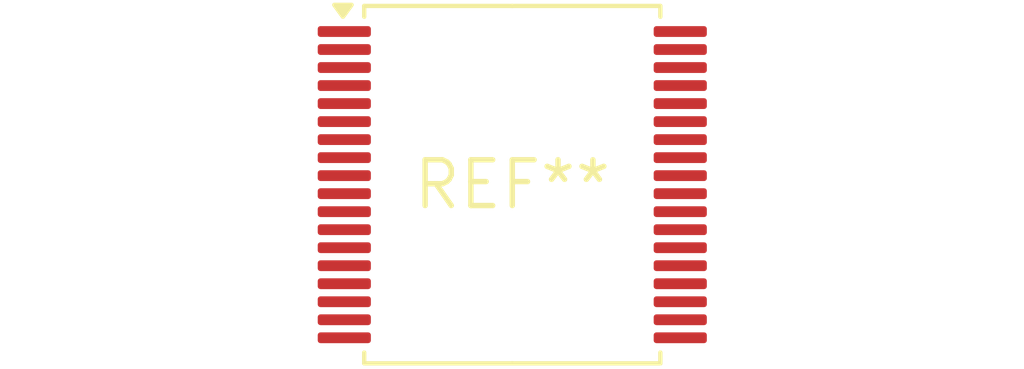
<source format=kicad_pcb>
(kicad_pcb (version 20240108) (generator pcbnew)
  (layers (0 "F.Cu" signal) (31 "B.Cu" signal) (34 "B.Paste" user) (35 "F.Paste" user) (36 "B.SilkS" user "B.Silkscreen") (37 "F.SilkS" user "F.Silkscreen") (38 "B.Mask" user) (39 "F.Mask" user) (44 "Edge.Cuts" user))
  (net 0 "")
  (footprint "TSSOP-36_8x9.7mm_P0.5mm" (layer "F.Cu") (at 0 0)
    (property "Reference" "REF**")
    (property "Value" "TSSOP-36_8x9.7mm_P0.5mm")
    (fp_line (start -4.11 -4.96) (end -4.11 -4.66) (layer "F.SilkS") (stroke (width 0.12)))
    (fp_line (start -4.11 4.96) (end -4.11 4.66) (layer "F.SilkS") (stroke (width 0.12)))
    (fp_line (start 0 -4.96) (end -4.11 -4.96) (layer "F.SilkS") (stroke (width 0.12)))
    (fp_line (start 0 -4.96) (end 4.11 -4.96) (layer "F.SilkS") (stroke (width 0.12)))
    (fp_line (start 0 4.96) (end -4.11 4.96) (layer "F.SilkS") (stroke (width 0.12)))
    (fp_line (start 0 4.96) (end 4.11 4.96) (layer "F.SilkS") (stroke (width 0.12)))
    (fp_line (start 4.11 -4.96) (end 4.11 -4.66) (layer "F.SilkS") (stroke (width 0.12)))
    (fp_line (start 4.11 4.96) (end 4.11 4.66) (layer "F.SilkS") (stroke (width 0.12)))
    (fp_poly (pts (xy -4.7 -4.66) (xy -4.94 -4.99) (xy -4.46 -4.99) (xy -4.7 -4.66)) (layer "F.SilkS") (stroke (width 0.12)) (fill solid))
    (pad "1" smd roundrect (at -4.6625 -4.25) (size 1.475 0.3) (layers "F.Cu" "F.Paste" "F.Mask"))
    (pad "2" smd roundrect (at -4.6625 -3.75) (size 1.475 0.3) (layers "F.Cu" "F.Paste" "F.Mask"))
    (pad "3" smd roundrect (at -4.6625 -3.25) (size 1.475 0.3) (layers "F.Cu" "F.Paste" "F.Mask"))
    (pad "4" smd roundrect (at -4.6625 -2.75) (size 1.475 0.3) (layers "F.Cu" "F.Paste" "F.Mask"))
    (pad "5" smd roundrect (at -4.6625 -2.25) (size 1.475 0.3) (layers "F.Cu" "F.Paste" "F.Mask"))
    (pad "6" smd roundrect (at -4.6625 -1.75) (size 1.475 0.3) (layers "F.Cu" "F.Paste" "F.Mask"))
    (pad "7" smd roundrect (at -4.6625 -1.25) (size 1.475 0.3) (layers "F.Cu" "F.Paste" "F.Mask"))
    (pad "8" smd roundrect (at -4.6625 -0.75) (size 1.475 0.3) (layers "F.Cu" "F.Paste" "F.Mask"))
    (pad "9" smd roundrect (at -4.6625 -0.25) (size 1.475 0.3) (layers "F.Cu" "F.Paste" "F.Mask"))
    (pad "10" smd roundrect (at -4.6625 0.25) (size 1.475 0.3) (layers "F.Cu" "F.Paste" "F.Mask"))
    (pad "11" smd roundrect (at -4.6625 0.75) (size 1.475 0.3) (layers "F.Cu" "F.Paste" "F.Mask"))
    (pad "12" smd roundrect (at -4.6625 1.25) (size 1.475 0.3) (layers "F.Cu" "F.Paste" "F.Mask"))
    (pad "13" smd roundrect (at -4.6625 1.75) (size 1.475 0.3) (layers "F.Cu" "F.Paste" "F.Mask"))
    (pad "14" smd roundrect (at -4.6625 2.25) (size 1.475 0.3) (layers "F.Cu" "F.Paste" "F.Mask"))
    (pad "15" smd roundrect (at -4.6625 2.75) (size 1.475 0.3) (layers "F.Cu" "F.Paste" "F.Mask"))
    (pad "16" smd roundrect (at -4.6625 3.25) (size 1.475 0.3) (layers "F.Cu" "F.Paste" "F.Mask"))
    (pad "17" smd roundrect (at -4.6625 3.75) (size 1.475 0.3) (layers "F.Cu" "F.Paste" "F.Mask"))
    (pad "18" smd roundrect (at -4.6625 4.25) (size 1.475 0.3) (layers "F.Cu" "F.Paste" "F.Mask"))
    (pad "19" smd roundrect (at 4.6625 4.25) (size 1.475 0.3) (layers "F.Cu" "F.Paste" "F.Mask"))
    (pad "20" smd roundrect (at 4.6625 3.75) (size 1.475 0.3) (layers "F.Cu" "F.Paste" "F.Mask"))
    (pad "21" smd roundrect (at 4.6625 3.25) (size 1.475 0.3) (layers "F.Cu" "F.Paste" "F.Mask"))
    (pad "22" smd roundrect (at 4.6625 2.75) (size 1.475 0.3) (layers "F.Cu" "F.Paste" "F.Mask"))
    (pad "23" smd roundrect (at 4.6625 2.25) (size 1.475 0.3) (layers "F.Cu" "F.Paste" "F.Mask"))
    (pad "24" smd roundrect (at 4.6625 1.75) (size 1.475 0.3) (layers "F.Cu" "F.Paste" "F.Mask"))
    (pad "25" smd roundrect (at 4.6625 1.25) (size 1.475 0.3) (layers "F.Cu" "F.Paste" "F.Mask"))
    (pad "26" smd roundrect (at 4.6625 0.75) (size 1.475 0.3) (layers "F.Cu" "F.Paste" "F.Mask"))
    (pad "27" smd roundrect (at 4.6625 0.25) (size 1.475 0.3) (layers "F.Cu" "F.Paste" "F.Mask"))
    (pad "28" smd roundrect (at 4.6625 -0.25) (size 1.475 0.3) (layers "F.Cu" "F.Paste" "F.Mask"))
    (pad "29" smd roundrect (at 4.6625 -0.75) (size 1.475 0.3) (layers "F.Cu" "F.Paste" "F.Mask"))
    (pad "30" smd roundrect (at 4.6625 -1.25) (size 1.475 0.3) (layers "F.Cu" "F.Paste" "F.Mask"))
    (pad "31" smd roundrect (at 4.6625 -1.75) (size 1.475 0.3) (layers "F.Cu" "F.Paste" "F.Mask"))
    (pad "32" smd roundrect (at 4.6625 -2.25) (size 1.475 0.3) (layers "F.Cu" "F.Paste" "F.Mask"))
    (pad "33" smd roundrect (at 4.6625 -2.75) (size 1.475 0.3) (layers "F.Cu" "F.Paste" "F.Mask"))
    (pad "34" smd roundrect (at 4.6625 -3.25) (size 1.475 0.3) (layers "F.Cu" "F.Paste" "F.Mask"))
    (pad "35" smd roundrect (at 4.6625 -3.75) (size 1.475 0.3) (layers "F.Cu" "F.Paste" "F.Mask"))
    (pad "36" smd roundrect (at 4.6625 -4.25) (size 1.475 0.3) (layers "F.Cu" "F.Paste" "F.Mask"))
  )
)
</source>
